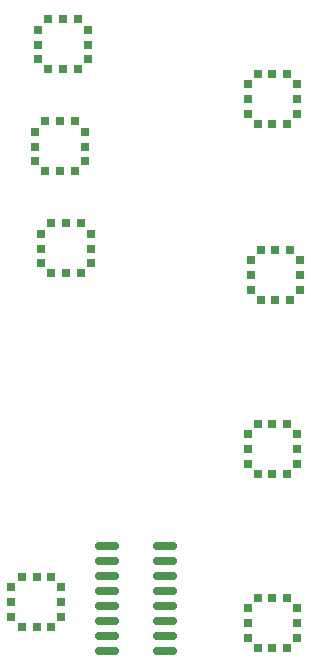
<source format=gbr>
%TF.GenerationSoftware,KiCad,Pcbnew,(6.0.8)*%
%TF.CreationDate,2023-02-12T14:01:58-05:00*%
%TF.ProjectId,PBoard PCB,50426f61-7264-4205-9043-422e6b696361,rev?*%
%TF.SameCoordinates,Original*%
%TF.FileFunction,Paste,Top*%
%TF.FilePolarity,Positive*%
%FSLAX46Y46*%
G04 Gerber Fmt 4.6, Leading zero omitted, Abs format (unit mm)*
G04 Created by KiCad (PCBNEW (6.0.8)) date 2023-02-12 14:01:58*
%MOMM*%
%LPD*%
G01*
G04 APERTURE LIST*
G04 Aperture macros list*
%AMRoundRect*
0 Rectangle with rounded corners*
0 $1 Rounding radius*
0 $2 $3 $4 $5 $6 $7 $8 $9 X,Y pos of 4 corners*
0 Add a 4 corners polygon primitive as box body*
4,1,4,$2,$3,$4,$5,$6,$7,$8,$9,$2,$3,0*
0 Add four circle primitives for the rounded corners*
1,1,$1+$1,$2,$3*
1,1,$1+$1,$4,$5*
1,1,$1+$1,$6,$7*
1,1,$1+$1,$8,$9*
0 Add four rect primitives between the rounded corners*
20,1,$1+$1,$2,$3,$4,$5,0*
20,1,$1+$1,$4,$5,$6,$7,0*
20,1,$1+$1,$6,$7,$8,$9,0*
20,1,$1+$1,$8,$9,$2,$3,0*%
G04 Aperture macros list end*
%ADD10RoundRect,0.150000X-0.825000X-0.150000X0.825000X-0.150000X0.825000X0.150000X-0.825000X0.150000X0*%
%ADD11R,0.700000X0.650000*%
%ADD12R,0.650000X0.700000*%
G04 APERTURE END LIST*
D10*
%TO.C,REF\u002A\u002A*%
X82935000Y-110099000D03*
X82935000Y-111369000D03*
X82935000Y-112639000D03*
X82935000Y-113909000D03*
X82935000Y-115179000D03*
X82935000Y-116449000D03*
X82935000Y-117719000D03*
X82935000Y-118989000D03*
X87885000Y-118989000D03*
X87885000Y-117719000D03*
X87885000Y-116449000D03*
X87885000Y-115179000D03*
X87885000Y-113909000D03*
X87885000Y-112639000D03*
X87885000Y-111369000D03*
X87885000Y-110099000D03*
%TD*%
D11*
%TO.C,S4*%
X98462000Y-85022000D03*
X97192000Y-85022000D03*
X95972000Y-85022000D03*
D12*
X95142000Y-85852000D03*
X95142000Y-87122000D03*
X95142000Y-88392000D03*
D11*
X95972000Y-89222000D03*
X97192000Y-89222000D03*
X98462000Y-89222000D03*
D12*
X99342000Y-88392000D03*
X99342000Y-87122000D03*
X99342000Y-85852000D03*
%TD*%
D11*
%TO.C,S2*%
X77978000Y-65464000D03*
X79248000Y-65464000D03*
X80518000Y-65464000D03*
D12*
X81348000Y-66344000D03*
X81348000Y-67614000D03*
X81348000Y-68834000D03*
D11*
X80518000Y-69664000D03*
X79248000Y-69664000D03*
X77978000Y-69664000D03*
D12*
X77148000Y-68834000D03*
X77148000Y-67614000D03*
X77148000Y-66344000D03*
%TD*%
%TO.C,S0*%
X77402000Y-83616000D03*
X77402000Y-84886000D03*
X77402000Y-86106000D03*
D11*
X78232000Y-86936000D03*
X79502000Y-86936000D03*
X80772000Y-86936000D03*
D12*
X81602000Y-86106000D03*
X81602000Y-84886000D03*
X81602000Y-83616000D03*
D11*
X80772000Y-82736000D03*
X79502000Y-82736000D03*
X78232000Y-82736000D03*
%TD*%
%TO.C,S7*%
X75742000Y-116908000D03*
X77012000Y-116908000D03*
X78232000Y-116908000D03*
D12*
X79062000Y-116078000D03*
X79062000Y-114808000D03*
X79062000Y-113538000D03*
D11*
X78232000Y-112708000D03*
X77012000Y-112708000D03*
X75742000Y-112708000D03*
D12*
X74862000Y-113538000D03*
X74862000Y-114808000D03*
X74862000Y-116078000D03*
%TD*%
D11*
%TO.C,S5*%
X98208000Y-99754000D03*
X96938000Y-99754000D03*
X95718000Y-99754000D03*
D12*
X94888000Y-100584000D03*
X94888000Y-101854000D03*
X94888000Y-103124000D03*
D11*
X95718000Y-103954000D03*
X96938000Y-103954000D03*
X98208000Y-103954000D03*
D12*
X99088000Y-103124000D03*
X99088000Y-101854000D03*
X99088000Y-100584000D03*
%TD*%
D11*
%TO.C,S3*%
X98208000Y-70104000D03*
X96938000Y-70104000D03*
X95718000Y-70104000D03*
D12*
X94888000Y-70934000D03*
X94888000Y-72204000D03*
X94888000Y-73474000D03*
D11*
X95718000Y-74304000D03*
X96938000Y-74304000D03*
X98208000Y-74304000D03*
D12*
X99088000Y-73474000D03*
X99088000Y-72204000D03*
X99088000Y-70934000D03*
%TD*%
D11*
%TO.C,S1*%
X77724000Y-74100000D03*
X78994000Y-74100000D03*
X80264000Y-74100000D03*
D12*
X81094000Y-74980000D03*
X81094000Y-76250000D03*
X81094000Y-77470000D03*
D11*
X80264000Y-78300000D03*
X78994000Y-78300000D03*
X77724000Y-78300000D03*
D12*
X76894000Y-77470000D03*
X76894000Y-76250000D03*
X76894000Y-74980000D03*
%TD*%
D11*
%TO.C,S6*%
X98208000Y-114486000D03*
X96938000Y-114486000D03*
X95718000Y-114486000D03*
D12*
X94888000Y-115316000D03*
X94888000Y-116586000D03*
X94888000Y-117856000D03*
D11*
X95718000Y-118686000D03*
X96938000Y-118686000D03*
X98208000Y-118686000D03*
D12*
X99088000Y-117856000D03*
X99088000Y-116586000D03*
X99088000Y-115316000D03*
%TD*%
M02*

</source>
